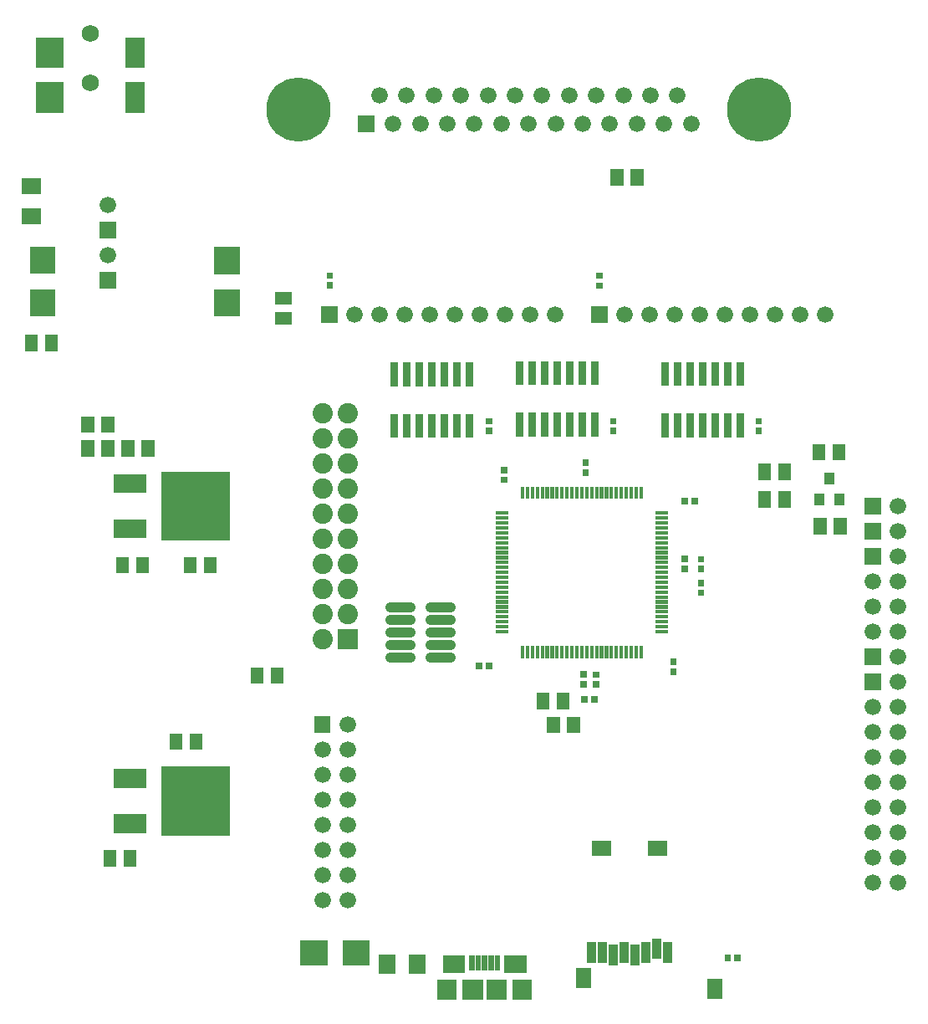
<source format=gts>
G04 start of page 11 for group -4063 idx -4063 *
G04 Title: (unknown), componentmask *
G04 Creator: pcb 20140316 *
G04 CreationDate: Sun 31 Aug 2014 13:13:00 GMT UTC *
G04 For: michael *
G04 Format: Gerber/RS-274X *
G04 PCB-Dimensions (mil): 3930.00 3937.00 *
G04 PCB-Coordinate-Origin: lower left *
%MOIN*%
%FSLAX25Y25*%
%LNTOPMASK*%
%ADD173R,0.0300X0.0300*%
%ADD172R,0.0769X0.0769*%
%ADD171R,0.1124X0.1124*%
%ADD170R,0.0611X0.0611*%
%ADD169R,0.0375X0.0375*%
%ADD168R,0.0140X0.0140*%
%ADD167R,0.0750X0.0750*%
%ADD166C,0.0410*%
%ADD165R,0.1006X0.1006*%
%ADD164R,0.0660X0.0660*%
%ADD163R,0.0218X0.0218*%
%ADD162R,0.0769X0.0769*%
%ADD161R,0.0690X0.0690*%
%ADD160R,0.0510X0.0510*%
%ADD159R,0.0400X0.0400*%
%ADD158C,0.2560*%
%ADD157C,0.0690*%
%ADD156C,0.0808*%
%ADD155C,0.0001*%
%ADD154C,0.0660*%
G54D154*X130500Y91700D03*
X140500D03*
X130500Y81700D03*
X140500D03*
G54D155*G36*
X127200Y115000D02*Y108400D01*
X133800D01*
Y115000D01*
X127200D01*
G37*
G54D154*X140500Y111700D03*
X130500Y101700D03*
X140500D03*
X130500Y71700D03*
X140500D03*
X130500Y61700D03*
Y51700D03*
Y41700D03*
X140500Y61700D03*
Y51700D03*
Y41700D03*
G54D155*G36*
X136560Y149940D02*Y141860D01*
X144640D01*
Y149940D01*
X136560D01*
G37*
G54D156*X130600Y145900D03*
X140600Y155900D03*
X130561Y155939D03*
X140600Y165900D03*
X130600D03*
X140600Y175900D03*
Y185900D03*
Y195900D03*
X130600Y175900D03*
Y185900D03*
Y195900D03*
Y205900D03*
Y215900D03*
Y225900D03*
X140600Y205900D03*
Y215900D03*
Y225900D03*
Y235900D03*
X130600D03*
G54D155*G36*
X346700Y182000D02*Y175400D01*
X353300D01*
Y182000D01*
X346700D01*
G37*
G54D154*X360000Y178700D03*
X350000Y168700D03*
X360000D03*
G54D155*G36*
X346700Y192000D02*Y185400D01*
X353300D01*
Y192000D01*
X346700D01*
G37*
G54D154*X360000Y188700D03*
X350000Y158700D03*
X360000D03*
G54D155*G36*
X346700Y202000D02*Y195400D01*
X353300D01*
Y202000D01*
X346700D01*
G37*
G54D154*X360000Y198700D03*
X213400Y275000D03*
X223400D03*
G54D155*G36*
X237800Y278300D02*Y271700D01*
X244400D01*
Y278300D01*
X237800D01*
G37*
G54D154*X251100Y275000D03*
X261100D03*
X271100D03*
X281100D03*
X291100D03*
X301100D03*
X311100D03*
X321100D03*
X331100D03*
X350000Y148700D03*
G54D155*G36*
X346700Y132000D02*Y125400D01*
X353300D01*
Y132000D01*
X346700D01*
G37*
G54D154*X350000Y118700D03*
G54D155*G36*
X346700Y142000D02*Y135400D01*
X353300D01*
Y142000D01*
X346700D01*
G37*
G54D154*X360000Y148700D03*
Y128700D03*
Y118700D03*
Y138700D03*
X350000Y108700D03*
Y98700D03*
Y88700D03*
Y78700D03*
X360000D03*
X350000Y68700D03*
Y58700D03*
Y48700D03*
X360000Y68700D03*
Y58700D03*
Y48700D03*
Y108700D03*
Y98700D03*
Y88700D03*
G54D155*G36*
X41700Y312000D02*Y305400D01*
X48300D01*
Y312000D01*
X41700D01*
G37*
G54D154*X45000Y318700D03*
G54D155*G36*
X41700Y292000D02*Y285400D01*
X48300D01*
Y292000D01*
X41700D01*
G37*
G54D154*X45000Y298700D03*
G54D157*X38000Y367515D03*
Y387200D03*
G54D155*G36*
X130100Y278300D02*Y271700D01*
X136700D01*
Y278300D01*
X130100D01*
G37*
G54D154*X143400Y275000D03*
X153400D03*
X163400D03*
X173400D03*
X183400D03*
X193400D03*
X203400D03*
G54D155*G36*
X144600Y354400D02*Y347800D01*
X151200D01*
Y354400D01*
X144600D01*
G37*
G54D154*X153300Y362300D03*
X164100D03*
G54D158*X120900Y356700D03*
G54D154*X158700Y351100D03*
X169500D03*
X180300D03*
X174900Y362300D03*
X185700D03*
X196500D03*
X207300D03*
X218100D03*
X228900D03*
X239700D03*
X250500D03*
X261300D03*
X272100D03*
G54D158*X304500Y356700D03*
G54D154*X191100Y351100D03*
X201900D03*
X212700D03*
X223500D03*
X234300D03*
X245100D03*
X255900D03*
X266700D03*
X277500D03*
G54D159*X328809Y201809D02*Y201209D01*
X336609Y201809D02*Y201209D01*
G54D160*X329000Y191400D02*Y190000D01*
X337000Y191400D02*Y190000D01*
G54D155*G36*
X290841Y20085D02*Y17516D01*
X293410D01*
Y20085D01*
X290841D01*
G37*
G36*
X294778D02*Y17516D01*
X297347D01*
Y20085D01*
X294778D01*
G37*
G54D160*X314900Y202100D02*Y200700D01*
X306900Y202100D02*Y200700D01*
X314859Y213122D02*Y211722D01*
X306859Y213122D02*Y211722D01*
G54D159*X332709Y210009D02*Y209409D01*
G54D160*X328500Y220900D02*Y219500D01*
X336500Y220900D02*Y219500D01*
X222641Y112378D02*Y110978D01*
X218600Y121800D02*Y120400D01*
X226600Y121800D02*Y120400D01*
X230641Y112378D02*Y110978D01*
G54D161*X206445Y16240D02*X208414D01*
G54D155*G36*
X186460Y10240D02*Y2160D01*
X194540D01*
Y10240D01*
X186460D01*
G37*
G36*
X195909D02*Y2160D01*
X203989D01*
Y10240D01*
X195909D01*
G37*
G54D162*X210185Y6397D02*Y6003D01*
G54D163*X195225Y18602D02*Y14862D01*
X200343Y18602D02*Y14862D01*
X190107Y18602D02*Y14862D01*
X197784Y18602D02*Y14862D01*
X192666Y18602D02*Y14862D01*
G54D162*X180264Y6397D02*Y6003D01*
G54D161*X182036Y16240D02*X184004D01*
G54D164*X168400Y16900D02*Y15900D01*
X156400Y16900D02*Y15900D01*
G54D165*X126677Y20700D02*X127464D01*
X143606D02*X144393D01*
G54D166*X157578Y138391D02*X165678D01*
G54D160*X104500Y131900D02*Y130500D01*
X112500Y131900D02*Y130500D01*
X72206Y105680D02*Y104280D01*
X80206Y105680D02*Y104280D01*
G54D155*G36*
X66250Y94950D02*Y67450D01*
X93750D01*
Y94950D01*
X66250D01*
G37*
G36*
X81250Y79950D02*Y67450D01*
X93750D01*
Y79950D01*
X81250D01*
G37*
G36*
Y94950D02*Y82450D01*
X93750D01*
Y94950D01*
X81250D01*
G37*
G36*
X66250Y79950D02*Y67450D01*
X78750D01*
Y79950D01*
X66250D01*
G37*
G36*
Y94950D02*Y82450D01*
X78750D01*
Y94950D01*
X66250D01*
G37*
G54D167*X51000Y72200D02*X56500D01*
X51000Y90200D02*X56500D01*
G54D160*X45706Y59180D02*Y57780D01*
X53706Y59180D02*Y57780D01*
G54D155*G36*
X237652Y122985D02*Y120416D01*
X240221D01*
Y122985D01*
X237652D01*
G37*
G36*
X238421Y128998D02*Y126429D01*
X240990D01*
Y128998D01*
X238421D01*
G37*
G36*
Y132935D02*Y130366D01*
X240990D01*
Y132935D01*
X238421D01*
G37*
G36*
X269216Y134048D02*Y131479D01*
X271785D01*
Y134048D01*
X269216D01*
G37*
G36*
Y137985D02*Y135416D01*
X271785D01*
Y137985D01*
X269216D01*
G37*
G54D168*X245764Y142285D02*Y138895D01*
X247732Y142285D02*Y138895D01*
X249701Y142285D02*Y138895D01*
X251669Y142285D02*Y138895D01*
X253638Y142285D02*Y138895D01*
X255606Y142285D02*Y138895D01*
X257575Y142285D02*Y138895D01*
G54D155*G36*
X233715Y122985D02*Y120416D01*
X236284D01*
Y122985D01*
X233715D01*
G37*
G36*
X233279Y129048D02*Y126479D01*
X235848D01*
Y129048D01*
X233279D01*
G37*
G36*
Y132985D02*Y130416D01*
X235848D01*
Y132985D01*
X233279D01*
G37*
G54D168*X226079Y142285D02*Y138895D01*
X228047Y142285D02*Y138895D01*
X230016Y142285D02*Y138895D01*
X231984Y142285D02*Y138895D01*
X233953Y142285D02*Y138895D01*
X235921Y142285D02*Y138895D01*
X237890Y142285D02*Y138895D01*
X239858Y142285D02*Y138895D01*
X241827Y142285D02*Y138895D01*
X243795Y142285D02*Y138895D01*
X264063Y148773D02*X267453D01*
X264063Y150741D02*X267453D01*
X264063Y152710D02*X267453D01*
X264063Y154678D02*X267453D01*
X264063Y156647D02*X267453D01*
X264063Y158615D02*X267453D01*
X264063Y160584D02*X267453D01*
X264063Y162552D02*X267453D01*
X264063Y164521D02*X267453D01*
X264063Y166489D02*X267453D01*
X264063Y168458D02*X267453D01*
X264063Y170426D02*X267453D01*
X264063Y172395D02*X267453D01*
X264063Y174363D02*X267453D01*
X264063Y176332D02*X267453D01*
X264063Y178300D02*X267453D01*
X264063Y180269D02*X267453D01*
X264063Y182237D02*X267453D01*
X264063Y184206D02*X267453D01*
X264063Y186174D02*X267453D01*
X264063Y188143D02*X267453D01*
X264063Y190111D02*X267453D01*
X264063Y192080D02*X267453D01*
X264063Y194048D02*X267453D01*
X264063Y196017D02*X267453D01*
X257575Y205895D02*Y202505D01*
X255607Y205895D02*Y202505D01*
X253638Y205895D02*Y202505D01*
X251670Y205895D02*Y202505D01*
X249701Y205895D02*Y202505D01*
X247733Y205895D02*Y202505D01*
X245764Y205895D02*Y202505D01*
X243796Y205895D02*Y202505D01*
G54D169*X268055Y23101D02*Y18601D01*
G54D170*X286953Y7353D02*Y5384D01*
G54D169*X263724Y24676D02*Y20176D01*
X259394Y23101D02*Y18601D01*
X255063Y22313D02*Y17813D01*
X250732Y23101D02*Y18601D01*
X246402Y22313D02*Y17813D01*
X242071Y23101D02*Y18601D01*
X237740Y23101D02*Y18601D01*
G54D170*X234591Y11683D02*Y9715D01*
X240890Y62471D02*X242465D01*
X263331D02*X264906D01*
G54D160*X14500Y264400D02*Y263000D01*
X22500Y264400D02*Y263000D01*
G54D165*X19000Y280164D02*Y279377D01*
Y297093D02*Y296306D01*
G54D164*X14100Y326300D02*X15100D01*
X14100Y314300D02*X15100D01*
G54D171*X21858Y362003D02*Y361216D01*
Y379720D02*Y378932D01*
G54D172*X55913Y363775D02*Y359444D01*
Y381491D02*Y377161D01*
G54D173*X189200Y254550D02*Y248050D01*
X184200Y254550D02*Y248050D01*
X179200Y254550D02*Y248050D01*
X174200Y254550D02*Y248050D01*
Y234050D02*Y227550D01*
X179200Y234050D02*Y227550D01*
X184200Y234050D02*Y227550D01*
X189200Y234050D02*Y227550D01*
X169200Y254550D02*Y248050D01*
Y234050D02*Y227550D01*
X164200Y254550D02*Y248050D01*
X159200Y254550D02*Y248050D01*
Y234050D02*Y227550D01*
X164200Y234050D02*Y227550D01*
X224300Y254950D02*Y248450D01*
X219300Y254950D02*Y248450D01*
X214300Y254950D02*Y248450D01*
X209300Y254950D02*Y248450D01*
Y234450D02*Y227950D01*
X214300Y234450D02*Y227950D01*
X219300Y234450D02*Y227950D01*
G54D155*G36*
X195715Y233921D02*Y231352D01*
X198284D01*
Y233921D01*
X195715D01*
G37*
G36*
Y229984D02*Y227415D01*
X198284D01*
Y229984D01*
X195715D01*
G37*
G54D165*X92500Y280094D02*Y279307D01*
Y297023D02*Y296236D01*
G54D160*X114300Y281700D02*X115700D01*
X114300Y273700D02*X115700D01*
X37000Y231900D02*Y230500D01*
X45000Y231900D02*Y230500D01*
X37000Y222400D02*Y221000D01*
X45000Y222400D02*Y221000D01*
X53000Y222400D02*Y221000D01*
X61000Y222400D02*Y221000D01*
G54D155*G36*
X132215Y291921D02*Y289352D01*
X134784D01*
Y291921D01*
X132215D01*
G37*
G36*
Y287984D02*Y285415D01*
X134784D01*
Y287984D01*
X132215D01*
G37*
G54D166*X173578Y138391D02*X181678D01*
X173578Y143391D02*X181678D01*
X173578Y148391D02*X181678D01*
X173578Y153391D02*X181678D01*
G54D155*G36*
X191716Y136484D02*Y133915D01*
X194285D01*
Y136484D01*
X191716D01*
G37*
G36*
X195653D02*Y133915D01*
X198222D01*
Y136484D01*
X195653D01*
G37*
G54D166*X173578Y158391D02*X181678D01*
X157578Y143391D02*X165678D01*
X157578Y148391D02*X165678D01*
X157578Y153391D02*X165678D01*
X157578Y158391D02*X165678D01*
G54D155*G36*
X201715Y214484D02*Y211915D01*
X204284D01*
Y214484D01*
X201715D01*
G37*
G36*
Y210547D02*Y207978D01*
X204284D01*
Y210547D01*
X201715D01*
G37*
G54D168*X200453Y196017D02*X203843D01*
X200453Y194049D02*X203843D01*
X224111Y205895D02*Y202505D01*
X222142Y205895D02*Y202505D01*
X220174Y205895D02*Y202505D01*
X218205Y205895D02*Y202505D01*
X216237Y205895D02*Y202505D01*
X214268Y205895D02*Y202505D01*
X212300Y205895D02*Y202505D01*
X210331Y205895D02*Y202505D01*
X200453Y192080D02*X203843D01*
X200453Y190112D02*X203843D01*
X200453Y188143D02*X203843D01*
X200453Y186175D02*X203843D01*
X200453Y184206D02*X203843D01*
X200453Y182238D02*X203843D01*
X200453Y180269D02*X203843D01*
X200453Y178301D02*X203843D01*
X200453Y176332D02*X203843D01*
X200453Y174364D02*X203843D01*
X200453Y172395D02*X203843D01*
X200453Y170427D02*X203843D01*
X200453Y168458D02*X203843D01*
X200453Y166490D02*X203843D01*
X200453Y164521D02*X203843D01*
X200453Y162553D02*X203843D01*
X200453Y160584D02*X203843D01*
X200453Y158616D02*X203843D01*
X200453Y156647D02*X203843D01*
X200453Y154679D02*X203843D01*
X200453Y152710D02*X203843D01*
X200453Y150742D02*X203843D01*
X200453Y148773D02*X203843D01*
X210331Y142285D02*Y138895D01*
X212299Y142285D02*Y138895D01*
X214268Y142285D02*Y138895D01*
X216236Y142285D02*Y138895D01*
X218205Y142285D02*Y138895D01*
X220173Y142285D02*Y138895D01*
X222142Y142285D02*Y138895D01*
X224110Y142285D02*Y138895D01*
G54D155*G36*
X66250Y212450D02*Y184950D01*
X93750D01*
Y212450D01*
X66250D01*
G37*
G36*
X81250Y197450D02*Y184950D01*
X93750D01*
Y197450D01*
X81250D01*
G37*
G36*
Y212450D02*Y199950D01*
X93750D01*
Y212450D01*
X81250D01*
G37*
G36*
X66250Y197450D02*Y184950D01*
X78750D01*
Y197450D01*
X66250D01*
G37*
G36*
Y212450D02*Y199950D01*
X78750D01*
Y212450D01*
X66250D01*
G37*
G54D167*X51000Y189700D02*X56500D01*
X51000Y207700D02*X56500D01*
G54D160*X77823Y175912D02*Y174512D01*
X85823Y175912D02*Y174512D01*
X58823Y175912D02*Y174512D01*
X50823Y175912D02*Y174512D01*
G54D173*X239300Y254950D02*Y248450D01*
X234300Y254950D02*Y248450D01*
G54D155*G36*
X234215Y217421D02*Y214852D01*
X236784D01*
Y217421D01*
X234215D01*
G37*
G36*
Y213484D02*Y210915D01*
X236784D01*
Y213484D01*
X234215D01*
G37*
G54D173*X229300Y254950D02*Y248450D01*
G54D155*G36*
X239750Y291856D02*Y289288D01*
X242320D01*
Y291856D01*
X239750D01*
G37*
G36*
Y287920D02*Y285350D01*
X242320D01*
Y287920D01*
X239750D01*
G37*
G54D160*X248000Y330400D02*Y329000D01*
X256000Y330400D02*Y329000D01*
G54D173*X297000Y254700D02*Y248200D01*
X292000Y254700D02*Y248200D01*
X287000Y254700D02*Y248200D01*
X282000Y254700D02*Y248200D01*
X277000Y254700D02*Y248200D01*
X272000Y254700D02*Y248200D01*
X267000Y254700D02*Y248200D01*
Y234200D02*Y227700D01*
X272000Y234200D02*Y227700D01*
X277000Y234200D02*Y227700D01*
X282000Y234200D02*Y227700D01*
X287000Y234200D02*Y227700D01*
X292000Y234200D02*Y227700D01*
X297000Y234200D02*Y227700D01*
G54D155*G36*
X303215Y233921D02*Y231352D01*
X305784D01*
Y233921D01*
X303215D01*
G37*
G36*
Y229984D02*Y227415D01*
X305784D01*
Y229984D01*
X303215D01*
G37*
G36*
X245215Y233921D02*Y231352D01*
X247784D01*
Y233921D01*
X245215D01*
G37*
G36*
Y229984D02*Y227415D01*
X247784D01*
Y229984D01*
X245215D01*
G37*
G36*
X277715Y201985D02*Y199416D01*
X280284D01*
Y201985D01*
X277715D01*
G37*
G36*
X273778D02*Y199416D01*
X276347D01*
Y201985D01*
X273778D01*
G37*
G36*
X280215Y178921D02*Y176352D01*
X282784D01*
Y178921D01*
X280215D01*
G37*
G36*
Y174984D02*Y172415D01*
X282784D01*
Y174984D01*
X280215D01*
G37*
G36*
X273715Y178984D02*Y176415D01*
X276284D01*
Y178984D01*
X273715D01*
G37*
G36*
Y175047D02*Y172478D01*
X276284D01*
Y175047D01*
X273715D01*
G37*
G36*
X280216Y165548D02*Y162979D01*
X282785D01*
Y165548D01*
X280216D01*
G37*
G36*
Y169485D02*Y166916D01*
X282785D01*
Y169485D01*
X280216D01*
G37*
G54D173*X224300Y234450D02*Y227950D01*
X229300Y234450D02*Y227950D01*
X234300Y234450D02*Y227950D01*
X239300Y234450D02*Y227950D01*
G54D168*X241827Y205895D02*Y202505D01*
X239859Y205895D02*Y202505D01*
X237890Y205895D02*Y202505D01*
X235922Y205895D02*Y202505D01*
X233953Y205895D02*Y202505D01*
X231985Y205895D02*Y202505D01*
X230016Y205895D02*Y202505D01*
X228048Y205895D02*Y202505D01*
X226079Y205895D02*Y202505D01*
M02*

</source>
